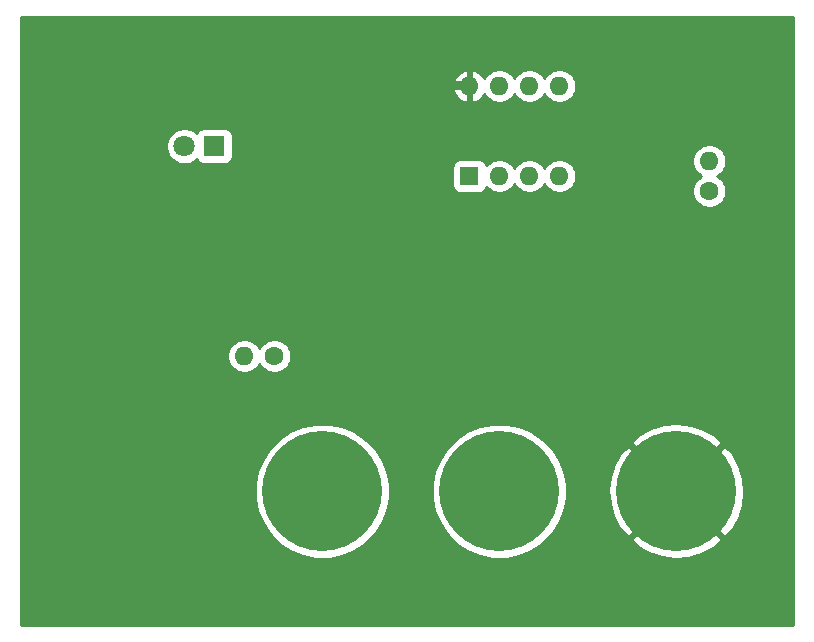
<source format=gbr>
%TF.GenerationSoftware,KiCad,Pcbnew,(5.1.6)-1*%
%TF.CreationDate,2020-06-23T22:38:07-07:00*%
%TF.ProjectId,tutorial1,7475746f-7269-4616-9c31-2e6b69636164,rev?*%
%TF.SameCoordinates,Original*%
%TF.FileFunction,Copper,L2,Bot*%
%TF.FilePolarity,Positive*%
%FSLAX46Y46*%
G04 Gerber Fmt 4.6, Leading zero omitted, Abs format (unit mm)*
G04 Created by KiCad (PCBNEW (5.1.6)-1) date 2020-06-23 22:38:07*
%MOMM*%
%LPD*%
G01*
G04 APERTURE LIST*
%TA.AperFunction,ComponentPad*%
%ADD10O,1.600000X1.600000*%
%TD*%
%TA.AperFunction,ComponentPad*%
%ADD11R,1.600000X1.600000*%
%TD*%
%TA.AperFunction,ComponentPad*%
%ADD12C,1.600000*%
%TD*%
%TA.AperFunction,ComponentPad*%
%ADD13C,10.160000*%
%TD*%
%TA.AperFunction,ComponentPad*%
%ADD14C,1.800000*%
%TD*%
%TA.AperFunction,ComponentPad*%
%ADD15R,1.800000X1.800000*%
%TD*%
%TA.AperFunction,ViaPad*%
%ADD16C,0.800000*%
%TD*%
%TA.AperFunction,Conductor*%
%ADD17C,0.609600*%
%TD*%
%TA.AperFunction,Conductor*%
%ADD18C,0.254000*%
%TD*%
G04 APERTURE END LIST*
D10*
%TO.P,U1,8*%
%TO.N,GND*%
X146050000Y-90170000D03*
%TO.P,U1,4*%
%TO.N,Net-(U1-Pad4)*%
X153670000Y-97790000D03*
%TO.P,U1,7*%
%TO.N,/uCtoLED*%
X148590000Y-90170000D03*
%TO.P,U1,3*%
%TO.N,Net-(U1-Pad3)*%
X151130000Y-97790000D03*
%TO.P,U1,6*%
%TO.N,/INPUT*%
X151130000Y-90170000D03*
%TO.P,U1,2*%
%TO.N,Net-(U1-Pad2)*%
X148590000Y-97790000D03*
%TO.P,U1,5*%
%TO.N,Net-(U1-Pad5)*%
X153670000Y-90170000D03*
D11*
%TO.P,U1,1*%
%TO.N,VCC*%
X146050000Y-97790000D03*
%TD*%
D10*
%TO.P,R2,2*%
%TO.N,/LEDtoR*%
X127000000Y-113030000D03*
D12*
%TO.P,R2,1*%
%TO.N,VCC*%
X129540000Y-113030000D03*
%TD*%
D10*
%TO.P,R1,2*%
%TO.N,/INPUT*%
X166370000Y-96520000D03*
D12*
%TO.P,R1,1*%
%TO.N,/INPUTtoR*%
X166370000Y-99060000D03*
%TD*%
D13*
%TO.P,J1,2*%
%TO.N,/INPUTtoR*%
X148590000Y-124460000D03*
%TO.P,J1,3*%
%TO.N,GND*%
X163570000Y-124460000D03*
%TO.P,J1,1*%
%TO.N,VCC*%
X133600000Y-124460000D03*
%TD*%
D14*
%TO.P,D1,2*%
%TO.N,/LEDtoR*%
X121920000Y-95250000D03*
D15*
%TO.P,D1,1*%
%TO.N,/uCtoLED*%
X124460000Y-95250000D03*
%TD*%
D16*
%TO.N,GND*%
X137500000Y-92500000D03*
X140000000Y-90000000D03*
%TD*%
D17*
%TO.N,GND*%
X163570000Y-124460000D02*
X151610000Y-112500000D01*
X151610000Y-112500000D02*
X142500000Y-112500000D01*
X142500000Y-112500000D02*
X135000000Y-105000000D01*
X135000000Y-105000000D02*
X135000000Y-95000000D01*
X135000000Y-95000000D02*
X137500000Y-92500000D01*
X145880000Y-90000000D02*
X146050000Y-90170000D01*
X140000000Y-90000000D02*
X145880000Y-90000000D01*
%TD*%
D18*
%TO.N,GND*%
G36*
X173456600Y-135813800D02*
G01*
X108077000Y-135813800D01*
X108077000Y-123897122D01*
X127885000Y-123897122D01*
X127885000Y-125022878D01*
X128104625Y-126127004D01*
X128535433Y-127167067D01*
X129160870Y-128103100D01*
X129956900Y-128899130D01*
X130892933Y-129524567D01*
X131932996Y-129955375D01*
X133037122Y-130175000D01*
X134162878Y-130175000D01*
X135267004Y-129955375D01*
X136307067Y-129524567D01*
X137243100Y-128899130D01*
X138039130Y-128103100D01*
X138664567Y-127167067D01*
X139095375Y-126127004D01*
X139315000Y-125022878D01*
X139315000Y-123897122D01*
X142875000Y-123897122D01*
X142875000Y-125022878D01*
X143094625Y-126127004D01*
X143525433Y-127167067D01*
X144150870Y-128103100D01*
X144946900Y-128899130D01*
X145882933Y-129524567D01*
X146922996Y-129955375D01*
X148027122Y-130175000D01*
X149152878Y-130175000D01*
X150257004Y-129955375D01*
X151297067Y-129524567D01*
X152233100Y-128899130D01*
X152635034Y-128497196D01*
X159712409Y-128497196D01*
X160298124Y-129179416D01*
X161281704Y-129727045D01*
X162353223Y-130072265D01*
X163471501Y-130201808D01*
X164593565Y-130110697D01*
X165676294Y-129802433D01*
X166678079Y-129288863D01*
X166841876Y-129179416D01*
X167427591Y-128497196D01*
X163570000Y-124639605D01*
X159712409Y-128497196D01*
X152635034Y-128497196D01*
X153029130Y-128103100D01*
X153654567Y-127167067D01*
X154085375Y-126127004D01*
X154305000Y-125022878D01*
X154305000Y-124361501D01*
X157828192Y-124361501D01*
X157919303Y-125483565D01*
X158227567Y-126566294D01*
X158741137Y-127568079D01*
X158850584Y-127731876D01*
X159532804Y-128317591D01*
X163390395Y-124460000D01*
X163749605Y-124460000D01*
X167607196Y-128317591D01*
X168289416Y-127731876D01*
X168837045Y-126748296D01*
X169182265Y-125676777D01*
X169311808Y-124558499D01*
X169220697Y-123436435D01*
X168912433Y-122353706D01*
X168398863Y-121351921D01*
X168289416Y-121188124D01*
X167607196Y-120602409D01*
X163749605Y-124460000D01*
X163390395Y-124460000D01*
X159532804Y-120602409D01*
X158850584Y-121188124D01*
X158302955Y-122171704D01*
X157957735Y-123243223D01*
X157828192Y-124361501D01*
X154305000Y-124361501D01*
X154305000Y-123897122D01*
X154085375Y-122792996D01*
X153654567Y-121752933D01*
X153029130Y-120816900D01*
X152635034Y-120422804D01*
X159712409Y-120422804D01*
X163570000Y-124280395D01*
X167427591Y-120422804D01*
X166841876Y-119740584D01*
X165858296Y-119192955D01*
X164786777Y-118847735D01*
X163668499Y-118718192D01*
X162546435Y-118809303D01*
X161463706Y-119117567D01*
X160461921Y-119631137D01*
X160298124Y-119740584D01*
X159712409Y-120422804D01*
X152635034Y-120422804D01*
X152233100Y-120020870D01*
X151297067Y-119395433D01*
X150257004Y-118964625D01*
X149152878Y-118745000D01*
X148027122Y-118745000D01*
X146922996Y-118964625D01*
X145882933Y-119395433D01*
X144946900Y-120020870D01*
X144150870Y-120816900D01*
X143525433Y-121752933D01*
X143094625Y-122792996D01*
X142875000Y-123897122D01*
X139315000Y-123897122D01*
X139095375Y-122792996D01*
X138664567Y-121752933D01*
X138039130Y-120816900D01*
X137243100Y-120020870D01*
X136307067Y-119395433D01*
X135267004Y-118964625D01*
X134162878Y-118745000D01*
X133037122Y-118745000D01*
X131932996Y-118964625D01*
X130892933Y-119395433D01*
X129956900Y-120020870D01*
X129160870Y-120816900D01*
X128535433Y-121752933D01*
X128104625Y-122792996D01*
X127885000Y-123897122D01*
X108077000Y-123897122D01*
X108077000Y-112888665D01*
X125565000Y-112888665D01*
X125565000Y-113171335D01*
X125620147Y-113448574D01*
X125728320Y-113709727D01*
X125885363Y-113944759D01*
X126085241Y-114144637D01*
X126320273Y-114301680D01*
X126581426Y-114409853D01*
X126858665Y-114465000D01*
X127141335Y-114465000D01*
X127418574Y-114409853D01*
X127679727Y-114301680D01*
X127914759Y-114144637D01*
X128114637Y-113944759D01*
X128270000Y-113712241D01*
X128425363Y-113944759D01*
X128625241Y-114144637D01*
X128860273Y-114301680D01*
X129121426Y-114409853D01*
X129398665Y-114465000D01*
X129681335Y-114465000D01*
X129958574Y-114409853D01*
X130219727Y-114301680D01*
X130454759Y-114144637D01*
X130654637Y-113944759D01*
X130811680Y-113709727D01*
X130919853Y-113448574D01*
X130975000Y-113171335D01*
X130975000Y-112888665D01*
X130919853Y-112611426D01*
X130811680Y-112350273D01*
X130654637Y-112115241D01*
X130454759Y-111915363D01*
X130219727Y-111758320D01*
X129958574Y-111650147D01*
X129681335Y-111595000D01*
X129398665Y-111595000D01*
X129121426Y-111650147D01*
X128860273Y-111758320D01*
X128625241Y-111915363D01*
X128425363Y-112115241D01*
X128270000Y-112347759D01*
X128114637Y-112115241D01*
X127914759Y-111915363D01*
X127679727Y-111758320D01*
X127418574Y-111650147D01*
X127141335Y-111595000D01*
X126858665Y-111595000D01*
X126581426Y-111650147D01*
X126320273Y-111758320D01*
X126085241Y-111915363D01*
X125885363Y-112115241D01*
X125728320Y-112350273D01*
X125620147Y-112611426D01*
X125565000Y-112888665D01*
X108077000Y-112888665D01*
X108077000Y-96990000D01*
X144611928Y-96990000D01*
X144611928Y-98590000D01*
X144624188Y-98714482D01*
X144660498Y-98834180D01*
X144719463Y-98944494D01*
X144798815Y-99041185D01*
X144895506Y-99120537D01*
X145005820Y-99179502D01*
X145125518Y-99215812D01*
X145250000Y-99228072D01*
X146850000Y-99228072D01*
X146974482Y-99215812D01*
X147094180Y-99179502D01*
X147204494Y-99120537D01*
X147301185Y-99041185D01*
X147380537Y-98944494D01*
X147439502Y-98834180D01*
X147475812Y-98714482D01*
X147476643Y-98706039D01*
X147675241Y-98904637D01*
X147910273Y-99061680D01*
X148171426Y-99169853D01*
X148448665Y-99225000D01*
X148731335Y-99225000D01*
X149008574Y-99169853D01*
X149269727Y-99061680D01*
X149504759Y-98904637D01*
X149704637Y-98704759D01*
X149860000Y-98472241D01*
X150015363Y-98704759D01*
X150215241Y-98904637D01*
X150450273Y-99061680D01*
X150711426Y-99169853D01*
X150988665Y-99225000D01*
X151271335Y-99225000D01*
X151548574Y-99169853D01*
X151809727Y-99061680D01*
X152044759Y-98904637D01*
X152244637Y-98704759D01*
X152400000Y-98472241D01*
X152555363Y-98704759D01*
X152755241Y-98904637D01*
X152990273Y-99061680D01*
X153251426Y-99169853D01*
X153528665Y-99225000D01*
X153811335Y-99225000D01*
X154088574Y-99169853D01*
X154349727Y-99061680D01*
X154584759Y-98904637D01*
X154784637Y-98704759D01*
X154941680Y-98469727D01*
X155049853Y-98208574D01*
X155105000Y-97931335D01*
X155105000Y-97648665D01*
X155049853Y-97371426D01*
X154941680Y-97110273D01*
X154784637Y-96875241D01*
X154584759Y-96675363D01*
X154349727Y-96518320D01*
X154088574Y-96410147D01*
X153930306Y-96378665D01*
X164935000Y-96378665D01*
X164935000Y-96661335D01*
X164990147Y-96938574D01*
X165098320Y-97199727D01*
X165255363Y-97434759D01*
X165455241Y-97634637D01*
X165687759Y-97790000D01*
X165455241Y-97945363D01*
X165255363Y-98145241D01*
X165098320Y-98380273D01*
X164990147Y-98641426D01*
X164935000Y-98918665D01*
X164935000Y-99201335D01*
X164990147Y-99478574D01*
X165098320Y-99739727D01*
X165255363Y-99974759D01*
X165455241Y-100174637D01*
X165690273Y-100331680D01*
X165951426Y-100439853D01*
X166228665Y-100495000D01*
X166511335Y-100495000D01*
X166788574Y-100439853D01*
X167049727Y-100331680D01*
X167284759Y-100174637D01*
X167484637Y-99974759D01*
X167641680Y-99739727D01*
X167749853Y-99478574D01*
X167805000Y-99201335D01*
X167805000Y-98918665D01*
X167749853Y-98641426D01*
X167641680Y-98380273D01*
X167484637Y-98145241D01*
X167284759Y-97945363D01*
X167052241Y-97790000D01*
X167284759Y-97634637D01*
X167484637Y-97434759D01*
X167641680Y-97199727D01*
X167749853Y-96938574D01*
X167805000Y-96661335D01*
X167805000Y-96378665D01*
X167749853Y-96101426D01*
X167641680Y-95840273D01*
X167484637Y-95605241D01*
X167284759Y-95405363D01*
X167049727Y-95248320D01*
X166788574Y-95140147D01*
X166511335Y-95085000D01*
X166228665Y-95085000D01*
X165951426Y-95140147D01*
X165690273Y-95248320D01*
X165455241Y-95405363D01*
X165255363Y-95605241D01*
X165098320Y-95840273D01*
X164990147Y-96101426D01*
X164935000Y-96378665D01*
X153930306Y-96378665D01*
X153811335Y-96355000D01*
X153528665Y-96355000D01*
X153251426Y-96410147D01*
X152990273Y-96518320D01*
X152755241Y-96675363D01*
X152555363Y-96875241D01*
X152400000Y-97107759D01*
X152244637Y-96875241D01*
X152044759Y-96675363D01*
X151809727Y-96518320D01*
X151548574Y-96410147D01*
X151271335Y-96355000D01*
X150988665Y-96355000D01*
X150711426Y-96410147D01*
X150450273Y-96518320D01*
X150215241Y-96675363D01*
X150015363Y-96875241D01*
X149860000Y-97107759D01*
X149704637Y-96875241D01*
X149504759Y-96675363D01*
X149269727Y-96518320D01*
X149008574Y-96410147D01*
X148731335Y-96355000D01*
X148448665Y-96355000D01*
X148171426Y-96410147D01*
X147910273Y-96518320D01*
X147675241Y-96675363D01*
X147476643Y-96873961D01*
X147475812Y-96865518D01*
X147439502Y-96745820D01*
X147380537Y-96635506D01*
X147301185Y-96538815D01*
X147204494Y-96459463D01*
X147094180Y-96400498D01*
X146974482Y-96364188D01*
X146850000Y-96351928D01*
X145250000Y-96351928D01*
X145125518Y-96364188D01*
X145005820Y-96400498D01*
X144895506Y-96459463D01*
X144798815Y-96538815D01*
X144719463Y-96635506D01*
X144660498Y-96745820D01*
X144624188Y-96865518D01*
X144611928Y-96990000D01*
X108077000Y-96990000D01*
X108077000Y-95098816D01*
X120385000Y-95098816D01*
X120385000Y-95401184D01*
X120443989Y-95697743D01*
X120559701Y-95977095D01*
X120727688Y-96228505D01*
X120941495Y-96442312D01*
X121192905Y-96610299D01*
X121472257Y-96726011D01*
X121768816Y-96785000D01*
X122071184Y-96785000D01*
X122367743Y-96726011D01*
X122647095Y-96610299D01*
X122898505Y-96442312D01*
X122964944Y-96375873D01*
X122970498Y-96394180D01*
X123029463Y-96504494D01*
X123108815Y-96601185D01*
X123205506Y-96680537D01*
X123315820Y-96739502D01*
X123435518Y-96775812D01*
X123560000Y-96788072D01*
X125360000Y-96788072D01*
X125484482Y-96775812D01*
X125604180Y-96739502D01*
X125714494Y-96680537D01*
X125811185Y-96601185D01*
X125890537Y-96504494D01*
X125949502Y-96394180D01*
X125985812Y-96274482D01*
X125998072Y-96150000D01*
X125998072Y-94350000D01*
X125985812Y-94225518D01*
X125949502Y-94105820D01*
X125890537Y-93995506D01*
X125811185Y-93898815D01*
X125714494Y-93819463D01*
X125604180Y-93760498D01*
X125484482Y-93724188D01*
X125360000Y-93711928D01*
X123560000Y-93711928D01*
X123435518Y-93724188D01*
X123315820Y-93760498D01*
X123205506Y-93819463D01*
X123108815Y-93898815D01*
X123029463Y-93995506D01*
X122970498Y-94105820D01*
X122964944Y-94124127D01*
X122898505Y-94057688D01*
X122647095Y-93889701D01*
X122367743Y-93773989D01*
X122071184Y-93715000D01*
X121768816Y-93715000D01*
X121472257Y-93773989D01*
X121192905Y-93889701D01*
X120941495Y-94057688D01*
X120727688Y-94271495D01*
X120559701Y-94522905D01*
X120443989Y-94802257D01*
X120385000Y-95098816D01*
X108077000Y-95098816D01*
X108077000Y-90519040D01*
X144658091Y-90519040D01*
X144752930Y-90783881D01*
X144897615Y-91025131D01*
X145086586Y-91233519D01*
X145312580Y-91401037D01*
X145566913Y-91521246D01*
X145700961Y-91561904D01*
X145923000Y-91439915D01*
X145923000Y-90297000D01*
X144779376Y-90297000D01*
X144658091Y-90519040D01*
X108077000Y-90519040D01*
X108077000Y-89820960D01*
X144658091Y-89820960D01*
X144779376Y-90043000D01*
X145923000Y-90043000D01*
X145923000Y-88900085D01*
X146177000Y-88900085D01*
X146177000Y-90043000D01*
X146197000Y-90043000D01*
X146197000Y-90297000D01*
X146177000Y-90297000D01*
X146177000Y-91439915D01*
X146399039Y-91561904D01*
X146533087Y-91521246D01*
X146787420Y-91401037D01*
X147013414Y-91233519D01*
X147202385Y-91025131D01*
X147313933Y-90839135D01*
X147318320Y-90849727D01*
X147475363Y-91084759D01*
X147675241Y-91284637D01*
X147910273Y-91441680D01*
X148171426Y-91549853D01*
X148448665Y-91605000D01*
X148731335Y-91605000D01*
X149008574Y-91549853D01*
X149269727Y-91441680D01*
X149504759Y-91284637D01*
X149704637Y-91084759D01*
X149860000Y-90852241D01*
X150015363Y-91084759D01*
X150215241Y-91284637D01*
X150450273Y-91441680D01*
X150711426Y-91549853D01*
X150988665Y-91605000D01*
X151271335Y-91605000D01*
X151548574Y-91549853D01*
X151809727Y-91441680D01*
X152044759Y-91284637D01*
X152244637Y-91084759D01*
X152400000Y-90852241D01*
X152555363Y-91084759D01*
X152755241Y-91284637D01*
X152990273Y-91441680D01*
X153251426Y-91549853D01*
X153528665Y-91605000D01*
X153811335Y-91605000D01*
X154088574Y-91549853D01*
X154349727Y-91441680D01*
X154584759Y-91284637D01*
X154784637Y-91084759D01*
X154941680Y-90849727D01*
X155049853Y-90588574D01*
X155105000Y-90311335D01*
X155105000Y-90028665D01*
X155049853Y-89751426D01*
X154941680Y-89490273D01*
X154784637Y-89255241D01*
X154584759Y-89055363D01*
X154349727Y-88898320D01*
X154088574Y-88790147D01*
X153811335Y-88735000D01*
X153528665Y-88735000D01*
X153251426Y-88790147D01*
X152990273Y-88898320D01*
X152755241Y-89055363D01*
X152555363Y-89255241D01*
X152400000Y-89487759D01*
X152244637Y-89255241D01*
X152044759Y-89055363D01*
X151809727Y-88898320D01*
X151548574Y-88790147D01*
X151271335Y-88735000D01*
X150988665Y-88735000D01*
X150711426Y-88790147D01*
X150450273Y-88898320D01*
X150215241Y-89055363D01*
X150015363Y-89255241D01*
X149860000Y-89487759D01*
X149704637Y-89255241D01*
X149504759Y-89055363D01*
X149269727Y-88898320D01*
X149008574Y-88790147D01*
X148731335Y-88735000D01*
X148448665Y-88735000D01*
X148171426Y-88790147D01*
X147910273Y-88898320D01*
X147675241Y-89055363D01*
X147475363Y-89255241D01*
X147318320Y-89490273D01*
X147313933Y-89500865D01*
X147202385Y-89314869D01*
X147013414Y-89106481D01*
X146787420Y-88938963D01*
X146533087Y-88818754D01*
X146399039Y-88778096D01*
X146177000Y-88900085D01*
X145923000Y-88900085D01*
X145700961Y-88778096D01*
X145566913Y-88818754D01*
X145312580Y-88938963D01*
X145086586Y-89106481D01*
X144897615Y-89314869D01*
X144752930Y-89556119D01*
X144658091Y-89820960D01*
X108077000Y-89820960D01*
X108077000Y-84302600D01*
X173456600Y-84302600D01*
X173456600Y-135813800D01*
G37*
X173456600Y-135813800D02*
X108077000Y-135813800D01*
X108077000Y-123897122D01*
X127885000Y-123897122D01*
X127885000Y-125022878D01*
X128104625Y-126127004D01*
X128535433Y-127167067D01*
X129160870Y-128103100D01*
X129956900Y-128899130D01*
X130892933Y-129524567D01*
X131932996Y-129955375D01*
X133037122Y-130175000D01*
X134162878Y-130175000D01*
X135267004Y-129955375D01*
X136307067Y-129524567D01*
X137243100Y-128899130D01*
X138039130Y-128103100D01*
X138664567Y-127167067D01*
X139095375Y-126127004D01*
X139315000Y-125022878D01*
X139315000Y-123897122D01*
X142875000Y-123897122D01*
X142875000Y-125022878D01*
X143094625Y-126127004D01*
X143525433Y-127167067D01*
X144150870Y-128103100D01*
X144946900Y-128899130D01*
X145882933Y-129524567D01*
X146922996Y-129955375D01*
X148027122Y-130175000D01*
X149152878Y-130175000D01*
X150257004Y-129955375D01*
X151297067Y-129524567D01*
X152233100Y-128899130D01*
X152635034Y-128497196D01*
X159712409Y-128497196D01*
X160298124Y-129179416D01*
X161281704Y-129727045D01*
X162353223Y-130072265D01*
X163471501Y-130201808D01*
X164593565Y-130110697D01*
X165676294Y-129802433D01*
X166678079Y-129288863D01*
X166841876Y-129179416D01*
X167427591Y-128497196D01*
X163570000Y-124639605D01*
X159712409Y-128497196D01*
X152635034Y-128497196D01*
X153029130Y-128103100D01*
X153654567Y-127167067D01*
X154085375Y-126127004D01*
X154305000Y-125022878D01*
X154305000Y-124361501D01*
X157828192Y-124361501D01*
X157919303Y-125483565D01*
X158227567Y-126566294D01*
X158741137Y-127568079D01*
X158850584Y-127731876D01*
X159532804Y-128317591D01*
X163390395Y-124460000D01*
X163749605Y-124460000D01*
X167607196Y-128317591D01*
X168289416Y-127731876D01*
X168837045Y-126748296D01*
X169182265Y-125676777D01*
X169311808Y-124558499D01*
X169220697Y-123436435D01*
X168912433Y-122353706D01*
X168398863Y-121351921D01*
X168289416Y-121188124D01*
X167607196Y-120602409D01*
X163749605Y-124460000D01*
X163390395Y-124460000D01*
X159532804Y-120602409D01*
X158850584Y-121188124D01*
X158302955Y-122171704D01*
X157957735Y-123243223D01*
X157828192Y-124361501D01*
X154305000Y-124361501D01*
X154305000Y-123897122D01*
X154085375Y-122792996D01*
X153654567Y-121752933D01*
X153029130Y-120816900D01*
X152635034Y-120422804D01*
X159712409Y-120422804D01*
X163570000Y-124280395D01*
X167427591Y-120422804D01*
X166841876Y-119740584D01*
X165858296Y-119192955D01*
X164786777Y-118847735D01*
X163668499Y-118718192D01*
X162546435Y-118809303D01*
X161463706Y-119117567D01*
X160461921Y-119631137D01*
X160298124Y-119740584D01*
X159712409Y-120422804D01*
X152635034Y-120422804D01*
X152233100Y-120020870D01*
X151297067Y-119395433D01*
X150257004Y-118964625D01*
X149152878Y-118745000D01*
X148027122Y-118745000D01*
X146922996Y-118964625D01*
X145882933Y-119395433D01*
X144946900Y-120020870D01*
X144150870Y-120816900D01*
X143525433Y-121752933D01*
X143094625Y-122792996D01*
X142875000Y-123897122D01*
X139315000Y-123897122D01*
X139095375Y-122792996D01*
X138664567Y-121752933D01*
X138039130Y-120816900D01*
X137243100Y-120020870D01*
X136307067Y-119395433D01*
X135267004Y-118964625D01*
X134162878Y-118745000D01*
X133037122Y-118745000D01*
X131932996Y-118964625D01*
X130892933Y-119395433D01*
X129956900Y-120020870D01*
X129160870Y-120816900D01*
X128535433Y-121752933D01*
X128104625Y-122792996D01*
X127885000Y-123897122D01*
X108077000Y-123897122D01*
X108077000Y-112888665D01*
X125565000Y-112888665D01*
X125565000Y-113171335D01*
X125620147Y-113448574D01*
X125728320Y-113709727D01*
X125885363Y-113944759D01*
X126085241Y-114144637D01*
X126320273Y-114301680D01*
X126581426Y-114409853D01*
X126858665Y-114465000D01*
X127141335Y-114465000D01*
X127418574Y-114409853D01*
X127679727Y-114301680D01*
X127914759Y-114144637D01*
X128114637Y-113944759D01*
X128270000Y-113712241D01*
X128425363Y-113944759D01*
X128625241Y-114144637D01*
X128860273Y-114301680D01*
X129121426Y-114409853D01*
X129398665Y-114465000D01*
X129681335Y-114465000D01*
X129958574Y-114409853D01*
X130219727Y-114301680D01*
X130454759Y-114144637D01*
X130654637Y-113944759D01*
X130811680Y-113709727D01*
X130919853Y-113448574D01*
X130975000Y-113171335D01*
X130975000Y-112888665D01*
X130919853Y-112611426D01*
X130811680Y-112350273D01*
X130654637Y-112115241D01*
X130454759Y-111915363D01*
X130219727Y-111758320D01*
X129958574Y-111650147D01*
X129681335Y-111595000D01*
X129398665Y-111595000D01*
X129121426Y-111650147D01*
X128860273Y-111758320D01*
X128625241Y-111915363D01*
X128425363Y-112115241D01*
X128270000Y-112347759D01*
X128114637Y-112115241D01*
X127914759Y-111915363D01*
X127679727Y-111758320D01*
X127418574Y-111650147D01*
X127141335Y-111595000D01*
X126858665Y-111595000D01*
X126581426Y-111650147D01*
X126320273Y-111758320D01*
X126085241Y-111915363D01*
X125885363Y-112115241D01*
X125728320Y-112350273D01*
X125620147Y-112611426D01*
X125565000Y-112888665D01*
X108077000Y-112888665D01*
X108077000Y-96990000D01*
X144611928Y-96990000D01*
X144611928Y-98590000D01*
X144624188Y-98714482D01*
X144660498Y-98834180D01*
X144719463Y-98944494D01*
X144798815Y-99041185D01*
X144895506Y-99120537D01*
X145005820Y-99179502D01*
X145125518Y-99215812D01*
X145250000Y-99228072D01*
X146850000Y-99228072D01*
X146974482Y-99215812D01*
X147094180Y-99179502D01*
X147204494Y-99120537D01*
X147301185Y-99041185D01*
X147380537Y-98944494D01*
X147439502Y-98834180D01*
X147475812Y-98714482D01*
X147476643Y-98706039D01*
X147675241Y-98904637D01*
X147910273Y-99061680D01*
X148171426Y-99169853D01*
X148448665Y-99225000D01*
X148731335Y-99225000D01*
X149008574Y-99169853D01*
X149269727Y-99061680D01*
X149504759Y-98904637D01*
X149704637Y-98704759D01*
X149860000Y-98472241D01*
X150015363Y-98704759D01*
X150215241Y-98904637D01*
X150450273Y-99061680D01*
X150711426Y-99169853D01*
X150988665Y-99225000D01*
X151271335Y-99225000D01*
X151548574Y-99169853D01*
X151809727Y-99061680D01*
X152044759Y-98904637D01*
X152244637Y-98704759D01*
X152400000Y-98472241D01*
X152555363Y-98704759D01*
X152755241Y-98904637D01*
X152990273Y-99061680D01*
X153251426Y-99169853D01*
X153528665Y-99225000D01*
X153811335Y-99225000D01*
X154088574Y-99169853D01*
X154349727Y-99061680D01*
X154584759Y-98904637D01*
X154784637Y-98704759D01*
X154941680Y-98469727D01*
X155049853Y-98208574D01*
X155105000Y-97931335D01*
X155105000Y-97648665D01*
X155049853Y-97371426D01*
X154941680Y-97110273D01*
X154784637Y-96875241D01*
X154584759Y-96675363D01*
X154349727Y-96518320D01*
X154088574Y-96410147D01*
X153930306Y-96378665D01*
X164935000Y-96378665D01*
X164935000Y-96661335D01*
X164990147Y-96938574D01*
X165098320Y-97199727D01*
X165255363Y-97434759D01*
X165455241Y-97634637D01*
X165687759Y-97790000D01*
X165455241Y-97945363D01*
X165255363Y-98145241D01*
X165098320Y-98380273D01*
X164990147Y-98641426D01*
X164935000Y-98918665D01*
X164935000Y-99201335D01*
X164990147Y-99478574D01*
X165098320Y-99739727D01*
X165255363Y-99974759D01*
X165455241Y-100174637D01*
X165690273Y-100331680D01*
X165951426Y-100439853D01*
X166228665Y-100495000D01*
X166511335Y-100495000D01*
X166788574Y-100439853D01*
X167049727Y-100331680D01*
X167284759Y-100174637D01*
X167484637Y-99974759D01*
X167641680Y-99739727D01*
X167749853Y-99478574D01*
X167805000Y-99201335D01*
X167805000Y-98918665D01*
X167749853Y-98641426D01*
X167641680Y-98380273D01*
X167484637Y-98145241D01*
X167284759Y-97945363D01*
X167052241Y-97790000D01*
X167284759Y-97634637D01*
X167484637Y-97434759D01*
X167641680Y-97199727D01*
X167749853Y-96938574D01*
X167805000Y-96661335D01*
X167805000Y-96378665D01*
X167749853Y-96101426D01*
X167641680Y-95840273D01*
X167484637Y-95605241D01*
X167284759Y-95405363D01*
X167049727Y-95248320D01*
X166788574Y-95140147D01*
X166511335Y-95085000D01*
X166228665Y-95085000D01*
X165951426Y-95140147D01*
X165690273Y-95248320D01*
X165455241Y-95405363D01*
X165255363Y-95605241D01*
X165098320Y-95840273D01*
X164990147Y-96101426D01*
X164935000Y-96378665D01*
X153930306Y-96378665D01*
X153811335Y-96355000D01*
X153528665Y-96355000D01*
X153251426Y-96410147D01*
X152990273Y-96518320D01*
X152755241Y-96675363D01*
X152555363Y-96875241D01*
X152400000Y-97107759D01*
X152244637Y-96875241D01*
X152044759Y-96675363D01*
X151809727Y-96518320D01*
X151548574Y-96410147D01*
X151271335Y-96355000D01*
X150988665Y-96355000D01*
X150711426Y-96410147D01*
X150450273Y-96518320D01*
X150215241Y-96675363D01*
X150015363Y-96875241D01*
X149860000Y-97107759D01*
X149704637Y-96875241D01*
X149504759Y-96675363D01*
X149269727Y-96518320D01*
X149008574Y-96410147D01*
X148731335Y-96355000D01*
X148448665Y-96355000D01*
X148171426Y-96410147D01*
X147910273Y-96518320D01*
X147675241Y-96675363D01*
X147476643Y-96873961D01*
X147475812Y-96865518D01*
X147439502Y-96745820D01*
X147380537Y-96635506D01*
X147301185Y-96538815D01*
X147204494Y-96459463D01*
X147094180Y-96400498D01*
X146974482Y-96364188D01*
X146850000Y-96351928D01*
X145250000Y-96351928D01*
X145125518Y-96364188D01*
X145005820Y-96400498D01*
X144895506Y-96459463D01*
X144798815Y-96538815D01*
X144719463Y-96635506D01*
X144660498Y-96745820D01*
X144624188Y-96865518D01*
X144611928Y-96990000D01*
X108077000Y-96990000D01*
X108077000Y-95098816D01*
X120385000Y-95098816D01*
X120385000Y-95401184D01*
X120443989Y-95697743D01*
X120559701Y-95977095D01*
X120727688Y-96228505D01*
X120941495Y-96442312D01*
X121192905Y-96610299D01*
X121472257Y-96726011D01*
X121768816Y-96785000D01*
X122071184Y-96785000D01*
X122367743Y-96726011D01*
X122647095Y-96610299D01*
X122898505Y-96442312D01*
X122964944Y-96375873D01*
X122970498Y-96394180D01*
X123029463Y-96504494D01*
X123108815Y-96601185D01*
X123205506Y-96680537D01*
X123315820Y-96739502D01*
X123435518Y-96775812D01*
X123560000Y-96788072D01*
X125360000Y-96788072D01*
X125484482Y-96775812D01*
X125604180Y-96739502D01*
X125714494Y-96680537D01*
X125811185Y-96601185D01*
X125890537Y-96504494D01*
X125949502Y-96394180D01*
X125985812Y-96274482D01*
X125998072Y-96150000D01*
X125998072Y-94350000D01*
X125985812Y-94225518D01*
X125949502Y-94105820D01*
X125890537Y-93995506D01*
X125811185Y-93898815D01*
X125714494Y-93819463D01*
X125604180Y-93760498D01*
X125484482Y-93724188D01*
X125360000Y-93711928D01*
X123560000Y-93711928D01*
X123435518Y-93724188D01*
X123315820Y-93760498D01*
X123205506Y-93819463D01*
X123108815Y-93898815D01*
X123029463Y-93995506D01*
X122970498Y-94105820D01*
X122964944Y-94124127D01*
X122898505Y-94057688D01*
X122647095Y-93889701D01*
X122367743Y-93773989D01*
X122071184Y-93715000D01*
X121768816Y-93715000D01*
X121472257Y-93773989D01*
X121192905Y-93889701D01*
X120941495Y-94057688D01*
X120727688Y-94271495D01*
X120559701Y-94522905D01*
X120443989Y-94802257D01*
X120385000Y-95098816D01*
X108077000Y-95098816D01*
X108077000Y-90519040D01*
X144658091Y-90519040D01*
X144752930Y-90783881D01*
X144897615Y-91025131D01*
X145086586Y-91233519D01*
X145312580Y-91401037D01*
X145566913Y-91521246D01*
X145700961Y-91561904D01*
X145923000Y-91439915D01*
X145923000Y-90297000D01*
X144779376Y-90297000D01*
X144658091Y-90519040D01*
X108077000Y-90519040D01*
X108077000Y-89820960D01*
X144658091Y-89820960D01*
X144779376Y-90043000D01*
X145923000Y-90043000D01*
X145923000Y-88900085D01*
X146177000Y-88900085D01*
X146177000Y-90043000D01*
X146197000Y-90043000D01*
X146197000Y-90297000D01*
X146177000Y-90297000D01*
X146177000Y-91439915D01*
X146399039Y-91561904D01*
X146533087Y-91521246D01*
X146787420Y-91401037D01*
X147013414Y-91233519D01*
X147202385Y-91025131D01*
X147313933Y-90839135D01*
X147318320Y-90849727D01*
X147475363Y-91084759D01*
X147675241Y-91284637D01*
X147910273Y-91441680D01*
X148171426Y-91549853D01*
X148448665Y-91605000D01*
X148731335Y-91605000D01*
X149008574Y-91549853D01*
X149269727Y-91441680D01*
X149504759Y-91284637D01*
X149704637Y-91084759D01*
X149860000Y-90852241D01*
X150015363Y-91084759D01*
X150215241Y-91284637D01*
X150450273Y-91441680D01*
X150711426Y-91549853D01*
X150988665Y-91605000D01*
X151271335Y-91605000D01*
X151548574Y-91549853D01*
X151809727Y-91441680D01*
X152044759Y-91284637D01*
X152244637Y-91084759D01*
X152400000Y-90852241D01*
X152555363Y-91084759D01*
X152755241Y-91284637D01*
X152990273Y-91441680D01*
X153251426Y-91549853D01*
X153528665Y-91605000D01*
X153811335Y-91605000D01*
X154088574Y-91549853D01*
X154349727Y-91441680D01*
X154584759Y-91284637D01*
X154784637Y-91084759D01*
X154941680Y-90849727D01*
X155049853Y-90588574D01*
X155105000Y-90311335D01*
X155105000Y-90028665D01*
X155049853Y-89751426D01*
X154941680Y-89490273D01*
X154784637Y-89255241D01*
X154584759Y-89055363D01*
X154349727Y-88898320D01*
X154088574Y-88790147D01*
X153811335Y-88735000D01*
X153528665Y-88735000D01*
X153251426Y-88790147D01*
X152990273Y-88898320D01*
X152755241Y-89055363D01*
X152555363Y-89255241D01*
X152400000Y-89487759D01*
X152244637Y-89255241D01*
X152044759Y-89055363D01*
X151809727Y-88898320D01*
X151548574Y-88790147D01*
X151271335Y-88735000D01*
X150988665Y-88735000D01*
X150711426Y-88790147D01*
X150450273Y-88898320D01*
X150215241Y-89055363D01*
X150015363Y-89255241D01*
X149860000Y-89487759D01*
X149704637Y-89255241D01*
X149504759Y-89055363D01*
X149269727Y-88898320D01*
X149008574Y-88790147D01*
X148731335Y-88735000D01*
X148448665Y-88735000D01*
X148171426Y-88790147D01*
X147910273Y-88898320D01*
X147675241Y-89055363D01*
X147475363Y-89255241D01*
X147318320Y-89490273D01*
X147313933Y-89500865D01*
X147202385Y-89314869D01*
X147013414Y-89106481D01*
X146787420Y-88938963D01*
X146533087Y-88818754D01*
X146399039Y-88778096D01*
X146177000Y-88900085D01*
X145923000Y-88900085D01*
X145700961Y-88778096D01*
X145566913Y-88818754D01*
X145312580Y-88938963D01*
X145086586Y-89106481D01*
X144897615Y-89314869D01*
X144752930Y-89556119D01*
X144658091Y-89820960D01*
X108077000Y-89820960D01*
X108077000Y-84302600D01*
X173456600Y-84302600D01*
X173456600Y-135813800D01*
%TD*%
M02*

</source>
